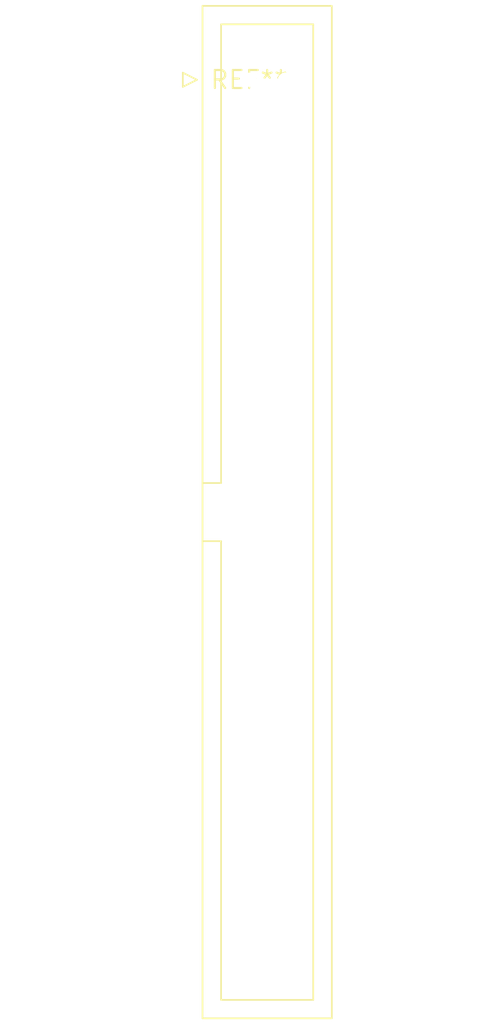
<source format=kicad_pcb>
(kicad_pcb (version 20240108) (generator pcbnew)
  (layers (0 "F.Cu" signal) (31 "B.Cu" signal) (34 "B.Paste" user) (35 "F.Paste" user) (36 "B.SilkS" user "B.Silkscreen") (37 "F.SilkS" user "F.Silkscreen") (38 "B.Mask" user) (39 "F.Mask" user) (44 "Edge.Cuts" user))
  (net 0 "")
  (footprint "IDC-Header_2x25_P2.54mm_Vertical" (layer "F.Cu") (at 0 0)
    (property "Reference" "REF**")
    (property "Value" "IDC-Header_2x25_P2.54mm_Vertical")
    (fp_line (start -4.68 -0.5) (end -4.68 0.5) (layer "F.SilkS") (stroke (width 0.12)))
    (fp_line (start -4.68 0.5) (end -3.68 0) (layer "F.SilkS") (stroke (width 0.12)))
    (fp_line (start -3.68 0) (end -4.68 -0.5) (layer "F.SilkS") (stroke (width 0.12)))
    (fp_line (start -3.29 -5.21) (end 5.83 -5.21) (layer "F.SilkS") (stroke (width 0.12)))
    (fp_line (start -3.29 28.43) (end -1.98 28.43) (layer "F.SilkS") (stroke (width 0.12)))
    (fp_line (start -3.29 66.17) (end -3.29 -5.21) (layer "F.SilkS") (stroke (width 0.12)))
    (fp_line (start -1.98 -3.91) (end 4.52 -3.91) (layer "F.SilkS") (stroke (width 0.12)))
    (fp_line (start -1.98 28.43) (end -1.98 -3.91) (layer "F.SilkS") (stroke (width 0.12)))
    (fp_line (start -1.98 32.53) (end -3.29 32.53) (layer "F.SilkS") (stroke (width 0.12)))
    (fp_line (start -1.98 32.53) (end -1.98 32.53) (layer "F.SilkS") (stroke (width 0.12)))
    (fp_line (start -1.98 64.87) (end -1.98 32.53) (layer "F.SilkS") (stroke (width 0.12)))
    (fp_line (start 4.52 -3.91) (end 4.52 64.87) (layer "F.SilkS") (stroke (width 0.12)))
    (fp_line (start 4.52 64.87) (end -1.98 64.87) (layer "F.SilkS") (stroke (width 0.12)))
    (fp_line (start 5.83 -5.21) (end 5.83 66.17) (layer "F.SilkS") (stroke (width 0.12)))
    (fp_line (start 5.83 66.17) (end -3.29 66.17) (layer "F.SilkS") (stroke (width 0.12)))
    (pad "1" thru_hole roundrect (at 0 0) (size 1.7 1.7) (drill 1) (layers *.Cu *.Mask) (remove_unused_layers) (roundrect_rratio 0.147059))
    (pad "2" thru_hole circle (at 2.54 0) (size 1.7 1.7) (drill 1) (layers *.Cu *.Mask) (remove_unused_layers))
    (pad "3" thru_hole circle (at 0 2.54) (size 1.7 1.7) (drill 1) (layers *.Cu *.Mask) (remove_unused_layers))
    (pad "4" thru_hole circle (at 2.54 2.54) (size 1.7 1.7) (drill 1) (layers *.Cu *.Mask) (remove_unused_layers))
    (pad "5" thru_hole circle (at 0 5.08) (size 1.7 1.7) (drill 1) (layers *.Cu *.Mask) (remove_unused_layers))
    (pad "6" thru_hole circle (at 2.54 5.08) (size 1.7 1.7) (drill 1) (layers *.Cu *.Mask) (remove_unused_layers))
    (pad "7" thru_hole circle (at 0 7.62) (size 1.7 1.7) (drill 1) (layers *.Cu *.Mask) (remove_unused_layers))
    (pad "8" thru_hole circle (at 2.54 7.62) (size 1.7 1.7) (drill 1) (layers *.Cu *.Mask) (remove_unused_layers))
    (pad "9" thru_hole circle (at 0 10.16) (size 1.7 1.7) (drill 1) (layers *.Cu *.Mask) (remove_unused_layers))
    (pad "10" thru_hole circle (at 2.54 10.16) (size 1.7 1.7) (drill 1) (layers *.Cu *.Mask) (remove_unused_layers))
    (pad "11" thru_hole circle (at 0 12.7) (size 1.7 1.7) (drill 1) (layers *.Cu *.Mask) (remove_unused_layers))
    (pad "12" thru_hole circle (at 2.54 12.7) (size 1.7 1.7) (drill 1) (layers *.Cu *.Mask) (remove_unused_layers))
    (pad "13" thru_hole circle (at 0 15.24) (size 1.7 1.7) (drill 1) (layers *.Cu *.Mask) (remove_unused_layers))
    (pad "14" thru_hole circle (at 2.54 15.24) (size 1.7 1.7) (drill 1) (layers *.Cu *.Mask) (remove_unused_layers))
    (pad "15" thru_hole circle (at 0 17.78) (size 1.7 1.7) (drill 1) (layers *.Cu *.Mask) (remove_unused_layers))
    (pad "16" thru_hole circle (at 2.54 17.78) (size 1.7 1.7) (drill 1) (layers *.Cu *.Mask) (remove_unused_layers))
    (pad "17" thru_hole circle (at 0 20.32) (size 1.7 1.7) (drill 1) (layers *.Cu *.Mask) (remove_unused_layers))
    (pad "18" thru_hole circle (at 2.54 20.32) (size 1.7 1.7) (drill 1) (layers *.Cu *.Mask) (remove_unused_layers))
    (pad "19" thru_hole circle (at 0 22.86) (size 1.7 1.7) (drill 1) (layers *.Cu *.Mask) (remove_unused_layers))
    (pad "20" thru_hole circle (at 2.54 22.86) (size 1.7 1.7) (drill 1) (layers *.Cu *.Mask) (remove_unused_layers))
    (pad "21" thru_hole circle (at 0 25.4) (size 1.7 1.7) (drill 1) (layers *.Cu *.Mask) (remove_unused_layers))
    (pad "22" thru_hole circle (at 2.54 25.4) (size 1.7 1.7) (drill 1) (layers *.Cu *.Mask) (remove_unused_layers))
    (pad "23" thru_hole circle (at 0 27.94) (size 1.7 1.7) (drill 1) (layers *.Cu *.Mask) (remove_unused_layers))
    (pad "24" thru_hole circle (at 2.54 27.94) (size 1.7 1.7) (drill 1) (layers *.Cu *.Mask) (remove_unused_layers))
    (pad "25" thru_hole circle (at 0 30.48) (size 1.7 1.7) (drill 1) (layers *.Cu *.Mask) (remove_unused_layers))
    (pad "26" thru_hole circle (at 2.54 30.48) (size 1.7 1.7) (drill 1) (layers *.Cu *.Mask) (remove_unused_layers))
    (pad "27" thru_hole circle (at 0 33.02) (size 1.7 1.7) (drill 1) (layers *.Cu *.Mask) (remove_unused_layers))
    (pad "28" thru_hole circle (at 2.54 33.02) (size 1.7 1.7) (drill 1) (layers *.Cu *.Mask) (remove_unused_layers))
    (pad "29" thru_hole circle (at 0 35.56) (size 1.7 1.7) (drill 1) (layers *.Cu *.Mask) (remove_unused_layers))
    (pad "30" thru_hole circle (at 2.54 35.56) (size 1.7 1.7) (drill 1) (layers *.Cu *.Mask) (remove_unused_layers))
    (pad "31" thru_hole circle (at 0 38.1) (size 1.7 1.7) (drill 1) (layers *.Cu *.Mask) (remove_unused_layers))
    (pad "32" thru_hole circle (at 2.54 38.1) (size 1.7 1.7) (drill 1) (layers *.Cu *.Mask) (remove_unused_layers))
    (pad "33" thru_hole circle (at 0 40.64) (size 1.7 1.7) (drill 1) (layers *.Cu *.Mask) (remove_unused_layers))
    (pad "34" thru_hole circle (at 2.54 40.64) (size 1.7 1.7) (drill 1) (layers *.Cu *.Mask) (remove_unused_layers))
    (pad "35" thru_hole circle (at 0 43.18) (size 1.7 1.7) (drill 1) (layers *.Cu *.Mask) (remove_unused_layers))
    (pad "36" thru_hole circle (at 2.54 43.18) (size 1.7 1.7) (drill 1) (layers *.Cu *.Mask) (remove_unused_layers))
    (pad "37" thru_hole circle (at 0 45.72) (size 1.7 1.7) (drill 1) (layers *.Cu *.Mask) (remove_unused_layers))
    (pad "38" thru_hole circle (at 2.54 45.72) (size 1.7 1.7) (drill 1) (layers *.Cu *.Mask) (remove_unused_layers))
    (pad "39" thru_hole circle (at 0 48.26) (size 1.7 1.7) (drill 1) (layers *.Cu *.Mask) (remove_unused_layers))
    (pad "40" thru_hole circle (at 2.54 48.26) (size 1.7 1.7) (drill 1) (layers *.Cu *.Mask) (remove_unused_layers))
    (pad "41" thru_hole circle (at 0 50.8) (size 1.7 1.7) (drill 1) (layers *.Cu *.Mask) (remove_unused_layers))
    (pad "42" thru_hole circle (at 2.54 50.8) (size 1.7 1.7) (drill 1) (layers *.Cu *.Mask) (remove_unused_layers))
    (pad "43" thru_hole circle (at 0 53.34) (size 1.7 1.7) (drill 1) (layers *.Cu *.Mask) (remove_unused_layers))
    (pad "44" thru_hole circle (at 2.54 53.34) (size 1.7 1.7) (drill 1) (layers *.Cu *.Mask) (remove_unused_layers))
    (pad "45" thru_hole circle (at 0 55.88) (size 1.7 1.7) (drill 1) (layers *.Cu *.Mask) (remove_unused_layers))
    (pad "46" thru_hole circle (at 2.54 55.88) (size 1.7 1.7) (drill 1) (layers *.Cu *.Mask) (remove_unused_layers))
    (pad "47" thru_hole circle (at 0 58.42) (size 1.7 1.7) (drill 1) (layers *.Cu *.Mask) (remove_unused_layers))
    (pad "48" thru_hole circle (at 2.54 58.42) (size 1.7 1.7) (drill 1) (layers *.Cu *.Mask) (remove_unused_layers))
    (pad "49" thru_hole circle (at 0 60.96) (size 1.7 1.7) (drill 1) (layers *.Cu *.Mask) (remove_unused_layers))
    (pad "50" thru_hole circle (at 2.54 60.96) (size 1.7 1.7) (drill 1) (layers *.Cu *.Mask) (remove_unused_layers))
  )
)
</source>
